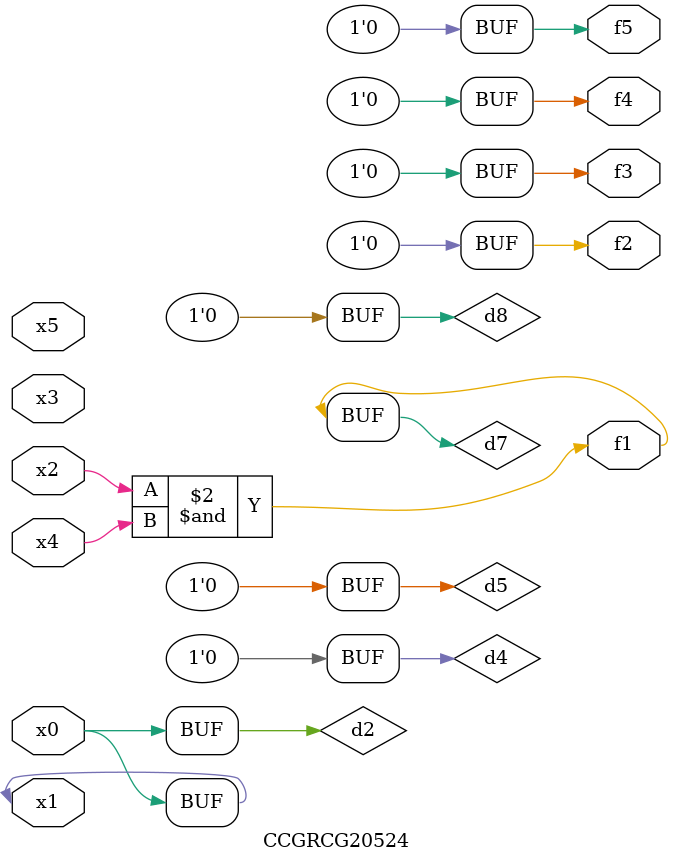
<source format=v>
module CCGRCG20524(
	input x0, x1, x2, x3, x4, x5,
	output f1, f2, f3, f4, f5
);

	wire d1, d2, d3, d4, d5, d6, d7, d8, d9;

	nand (d1, x1);
	buf (d2, x0, x1);
	nand (d3, x2, x4);
	and (d4, d1, d2);
	and (d5, d1, d2);
	nand (d6, d1, d3);
	not (d7, d3);
	xor (d8, d5);
	nor (d9, d5, d6);
	assign f1 = d7;
	assign f2 = d8;
	assign f3 = d8;
	assign f4 = d8;
	assign f5 = d8;
endmodule

</source>
